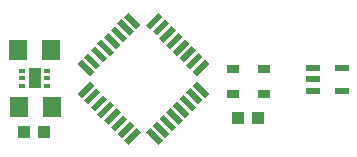
<source format=gbr>
G04 EAGLE Gerber RS-274X export*
G75*
%MOMM*%
%FSLAX34Y34*%
%LPD*%
%INSolderpaste Top*%
%IPPOS*%
%AMOC8*
5,1,8,0,0,1.08239X$1,22.5*%
G01*
%ADD10R,1.600000X1.800000*%
%ADD11R,1.200000X0.600000*%
%ADD12R,0.600000X0.350000*%
%ADD13R,1.100000X1.700000*%
%ADD14R,1.000000X1.100000*%
%ADD15R,0.508000X1.473200*%
%ADD16R,1.000000X0.800000*%


D10*
X109600Y75900D03*
X137600Y75900D03*
X108800Y124900D03*
X136800Y124900D03*
D11*
X358200Y109200D03*
X358200Y99700D03*
X358200Y90200D03*
X383200Y90200D03*
X383200Y109200D03*
D12*
X112400Y106900D03*
X112400Y100400D03*
X112400Y93900D03*
X133400Y93900D03*
X133400Y100400D03*
X133400Y106900D03*
D13*
X122900Y100400D03*
D14*
X114200Y54700D03*
X131200Y54700D03*
X295100Y66700D03*
X312100Y66700D03*
D15*
G36*
X162635Y83957D02*
X159043Y87549D01*
X169459Y97965D01*
X173051Y94373D01*
X162635Y83957D01*
G37*
G36*
X168203Y78389D02*
X164611Y81981D01*
X175027Y92397D01*
X178619Y88805D01*
X168203Y78389D01*
G37*
G36*
X173951Y72641D02*
X170359Y76233D01*
X180775Y86649D01*
X184367Y83057D01*
X173951Y72641D01*
G37*
G36*
X179518Y67074D02*
X175926Y70666D01*
X186342Y81082D01*
X189934Y77490D01*
X179518Y67074D01*
G37*
G36*
X185266Y61326D02*
X181674Y64918D01*
X192090Y75334D01*
X195682Y71742D01*
X185266Y61326D01*
G37*
G36*
X190833Y55759D02*
X187241Y59351D01*
X197657Y69767D01*
X201249Y66175D01*
X190833Y55759D01*
G37*
G36*
X196581Y50011D02*
X192989Y53603D01*
X203405Y64019D01*
X206997Y60427D01*
X196581Y50011D01*
G37*
G36*
X202149Y44443D02*
X198557Y48035D01*
X208973Y58451D01*
X212565Y54859D01*
X202149Y44443D01*
G37*
G36*
X217235Y54859D02*
X220827Y58451D01*
X231243Y48035D01*
X227651Y44443D01*
X217235Y54859D01*
G37*
G36*
X222803Y60427D02*
X226395Y64019D01*
X236811Y53603D01*
X233219Y50011D01*
X222803Y60427D01*
G37*
G36*
X228551Y66175D02*
X232143Y69767D01*
X242559Y59351D01*
X238967Y55759D01*
X228551Y66175D01*
G37*
G36*
X234118Y71742D02*
X237710Y75334D01*
X248126Y64918D01*
X244534Y61326D01*
X234118Y71742D01*
G37*
G36*
X239866Y77490D02*
X243458Y81082D01*
X253874Y70666D01*
X250282Y67074D01*
X239866Y77490D01*
G37*
G36*
X245433Y83057D02*
X249025Y86649D01*
X259441Y76233D01*
X255849Y72641D01*
X245433Y83057D01*
G37*
G36*
X251181Y88805D02*
X254773Y92397D01*
X265189Y81981D01*
X261597Y78389D01*
X251181Y88805D01*
G37*
G36*
X256749Y94373D02*
X260341Y97965D01*
X270757Y87549D01*
X267165Y83957D01*
X256749Y94373D01*
G37*
G36*
X260341Y102635D02*
X256749Y106227D01*
X267165Y116643D01*
X270757Y113051D01*
X260341Y102635D01*
G37*
G36*
X254773Y108203D02*
X251181Y111795D01*
X261597Y122211D01*
X265189Y118619D01*
X254773Y108203D01*
G37*
G36*
X249025Y113951D02*
X245433Y117543D01*
X255849Y127959D01*
X259441Y124367D01*
X249025Y113951D01*
G37*
G36*
X243458Y119518D02*
X239866Y123110D01*
X250282Y133526D01*
X253874Y129934D01*
X243458Y119518D01*
G37*
G36*
X237710Y125266D02*
X234118Y128858D01*
X244534Y139274D01*
X248126Y135682D01*
X237710Y125266D01*
G37*
G36*
X232143Y130833D02*
X228551Y134425D01*
X238967Y144841D01*
X242559Y141249D01*
X232143Y130833D01*
G37*
G36*
X226395Y136581D02*
X222803Y140173D01*
X233219Y150589D01*
X236811Y146997D01*
X226395Y136581D01*
G37*
G36*
X220827Y142149D02*
X217235Y145741D01*
X227651Y156157D01*
X231243Y152565D01*
X220827Y142149D01*
G37*
G36*
X198557Y152565D02*
X202149Y156157D01*
X212565Y145741D01*
X208973Y142149D01*
X198557Y152565D01*
G37*
G36*
X192989Y146997D02*
X196581Y150589D01*
X206997Y140173D01*
X203405Y136581D01*
X192989Y146997D01*
G37*
G36*
X187241Y141249D02*
X190833Y144841D01*
X201249Y134425D01*
X197657Y130833D01*
X187241Y141249D01*
G37*
G36*
X181674Y135682D02*
X185266Y139274D01*
X195682Y128858D01*
X192090Y125266D01*
X181674Y135682D01*
G37*
G36*
X175926Y129934D02*
X179518Y133526D01*
X189934Y123110D01*
X186342Y119518D01*
X175926Y129934D01*
G37*
G36*
X170359Y124367D02*
X173951Y127959D01*
X184367Y117543D01*
X180775Y113951D01*
X170359Y124367D01*
G37*
G36*
X164611Y118619D02*
X168203Y122211D01*
X178619Y111795D01*
X175027Y108203D01*
X164611Y118619D01*
G37*
G36*
X159043Y113051D02*
X162635Y116643D01*
X173051Y106227D01*
X169459Y102635D01*
X159043Y113051D01*
G37*
D16*
X291100Y87100D03*
X317100Y87100D03*
X317100Y108100D03*
X291100Y108100D03*
M02*

</source>
